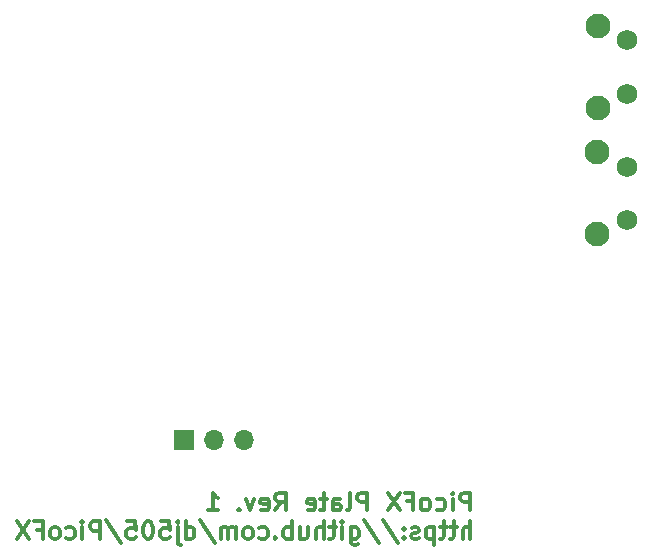
<source format=gbs>
%TF.GenerationSoftware,KiCad,Pcbnew,(6.0.8)*%
%TF.CreationDate,2022-10-27T15:28:19-06:00*%
%TF.ProjectId,plate,706c6174-652e-46b6-9963-61645f706362,rev?*%
%TF.SameCoordinates,Original*%
%TF.FileFunction,Soldermask,Bot*%
%TF.FilePolarity,Negative*%
%FSLAX46Y46*%
G04 Gerber Fmt 4.6, Leading zero omitted, Abs format (unit mm)*
G04 Created by KiCad (PCBNEW (6.0.8)) date 2022-10-27 15:28:19*
%MOMM*%
%LPD*%
G01*
G04 APERTURE LIST*
%ADD10C,0.300000*%
%ADD11R,1.700000X1.700000*%
%ADD12O,1.700000X1.700000*%
%ADD13C,2.100000*%
%ADD14C,1.750000*%
G04 APERTURE END LIST*
D10*
X202901857Y-130535071D02*
X202901857Y-129035071D01*
X202330428Y-129035071D01*
X202187571Y-129106500D01*
X202116142Y-129177928D01*
X202044714Y-129320785D01*
X202044714Y-129535071D01*
X202116142Y-129677928D01*
X202187571Y-129749357D01*
X202330428Y-129820785D01*
X202901857Y-129820785D01*
X201401857Y-130535071D02*
X201401857Y-129535071D01*
X201401857Y-129035071D02*
X201473285Y-129106500D01*
X201401857Y-129177928D01*
X201330428Y-129106500D01*
X201401857Y-129035071D01*
X201401857Y-129177928D01*
X200044714Y-130463642D02*
X200187571Y-130535071D01*
X200473285Y-130535071D01*
X200616142Y-130463642D01*
X200687571Y-130392214D01*
X200759000Y-130249357D01*
X200759000Y-129820785D01*
X200687571Y-129677928D01*
X200616142Y-129606500D01*
X200473285Y-129535071D01*
X200187571Y-129535071D01*
X200044714Y-129606500D01*
X199187571Y-130535071D02*
X199330428Y-130463642D01*
X199401857Y-130392214D01*
X199473285Y-130249357D01*
X199473285Y-129820785D01*
X199401857Y-129677928D01*
X199330428Y-129606500D01*
X199187571Y-129535071D01*
X198973285Y-129535071D01*
X198830428Y-129606500D01*
X198759000Y-129677928D01*
X198687571Y-129820785D01*
X198687571Y-130249357D01*
X198759000Y-130392214D01*
X198830428Y-130463642D01*
X198973285Y-130535071D01*
X199187571Y-130535071D01*
X197544714Y-129749357D02*
X198044714Y-129749357D01*
X198044714Y-130535071D02*
X198044714Y-129035071D01*
X197330428Y-129035071D01*
X196901857Y-129035071D02*
X195901857Y-130535071D01*
X195901857Y-129035071D02*
X196901857Y-130535071D01*
X194187571Y-130535071D02*
X194187571Y-129035071D01*
X193616142Y-129035071D01*
X193473285Y-129106500D01*
X193401857Y-129177928D01*
X193330428Y-129320785D01*
X193330428Y-129535071D01*
X193401857Y-129677928D01*
X193473285Y-129749357D01*
X193616142Y-129820785D01*
X194187571Y-129820785D01*
X192473285Y-130535071D02*
X192616142Y-130463642D01*
X192687571Y-130320785D01*
X192687571Y-129035071D01*
X191259000Y-130535071D02*
X191259000Y-129749357D01*
X191330428Y-129606500D01*
X191473285Y-129535071D01*
X191759000Y-129535071D01*
X191901857Y-129606500D01*
X191259000Y-130463642D02*
X191401857Y-130535071D01*
X191759000Y-130535071D01*
X191901857Y-130463642D01*
X191973285Y-130320785D01*
X191973285Y-130177928D01*
X191901857Y-130035071D01*
X191759000Y-129963642D01*
X191401857Y-129963642D01*
X191259000Y-129892214D01*
X190759000Y-129535071D02*
X190187571Y-129535071D01*
X190544714Y-129035071D02*
X190544714Y-130320785D01*
X190473285Y-130463642D01*
X190330428Y-130535071D01*
X190187571Y-130535071D01*
X189116142Y-130463642D02*
X189259000Y-130535071D01*
X189544714Y-130535071D01*
X189687571Y-130463642D01*
X189759000Y-130320785D01*
X189759000Y-129749357D01*
X189687571Y-129606500D01*
X189544714Y-129535071D01*
X189259000Y-129535071D01*
X189116142Y-129606500D01*
X189044714Y-129749357D01*
X189044714Y-129892214D01*
X189759000Y-130035071D01*
X186401857Y-130535071D02*
X186901857Y-129820785D01*
X187259000Y-130535071D02*
X187259000Y-129035071D01*
X186687571Y-129035071D01*
X186544714Y-129106500D01*
X186473285Y-129177928D01*
X186401857Y-129320785D01*
X186401857Y-129535071D01*
X186473285Y-129677928D01*
X186544714Y-129749357D01*
X186687571Y-129820785D01*
X187259000Y-129820785D01*
X185187571Y-130463642D02*
X185330428Y-130535071D01*
X185616142Y-130535071D01*
X185759000Y-130463642D01*
X185830428Y-130320785D01*
X185830428Y-129749357D01*
X185759000Y-129606500D01*
X185616142Y-129535071D01*
X185330428Y-129535071D01*
X185187571Y-129606500D01*
X185116142Y-129749357D01*
X185116142Y-129892214D01*
X185830428Y-130035071D01*
X184616142Y-129535071D02*
X184259000Y-130535071D01*
X183901857Y-129535071D01*
X183330428Y-130392214D02*
X183259000Y-130463642D01*
X183330428Y-130535071D01*
X183401857Y-130463642D01*
X183330428Y-130392214D01*
X183330428Y-130535071D01*
X180687571Y-130535071D02*
X181544714Y-130535071D01*
X181116142Y-130535071D02*
X181116142Y-129035071D01*
X181259000Y-129249357D01*
X181401857Y-129392214D01*
X181544714Y-129463642D01*
X202901857Y-132950071D02*
X202901857Y-131450071D01*
X202259000Y-132950071D02*
X202259000Y-132164357D01*
X202330428Y-132021500D01*
X202473285Y-131950071D01*
X202687571Y-131950071D01*
X202830428Y-132021500D01*
X202901857Y-132092928D01*
X201759000Y-131950071D02*
X201187571Y-131950071D01*
X201544714Y-131450071D02*
X201544714Y-132735785D01*
X201473285Y-132878642D01*
X201330428Y-132950071D01*
X201187571Y-132950071D01*
X200901857Y-131950071D02*
X200330428Y-131950071D01*
X200687571Y-131450071D02*
X200687571Y-132735785D01*
X200616142Y-132878642D01*
X200473285Y-132950071D01*
X200330428Y-132950071D01*
X199830428Y-131950071D02*
X199830428Y-133450071D01*
X199830428Y-132021500D02*
X199687571Y-131950071D01*
X199401857Y-131950071D01*
X199259000Y-132021500D01*
X199187571Y-132092928D01*
X199116142Y-132235785D01*
X199116142Y-132664357D01*
X199187571Y-132807214D01*
X199259000Y-132878642D01*
X199401857Y-132950071D01*
X199687571Y-132950071D01*
X199830428Y-132878642D01*
X198544714Y-132878642D02*
X198401857Y-132950071D01*
X198116142Y-132950071D01*
X197973285Y-132878642D01*
X197901857Y-132735785D01*
X197901857Y-132664357D01*
X197973285Y-132521500D01*
X198116142Y-132450071D01*
X198330428Y-132450071D01*
X198473285Y-132378642D01*
X198544714Y-132235785D01*
X198544714Y-132164357D01*
X198473285Y-132021500D01*
X198330428Y-131950071D01*
X198116142Y-131950071D01*
X197973285Y-132021500D01*
X197259000Y-132807214D02*
X197187571Y-132878642D01*
X197259000Y-132950071D01*
X197330428Y-132878642D01*
X197259000Y-132807214D01*
X197259000Y-132950071D01*
X197259000Y-132021500D02*
X197187571Y-132092928D01*
X197259000Y-132164357D01*
X197330428Y-132092928D01*
X197259000Y-132021500D01*
X197259000Y-132164357D01*
X195473285Y-131378642D02*
X196759000Y-133307214D01*
X193901857Y-131378642D02*
X195187571Y-133307214D01*
X192759000Y-131950071D02*
X192759000Y-133164357D01*
X192830428Y-133307214D01*
X192901857Y-133378642D01*
X193044714Y-133450071D01*
X193259000Y-133450071D01*
X193401857Y-133378642D01*
X192759000Y-132878642D02*
X192901857Y-132950071D01*
X193187571Y-132950071D01*
X193330428Y-132878642D01*
X193401857Y-132807214D01*
X193473285Y-132664357D01*
X193473285Y-132235785D01*
X193401857Y-132092928D01*
X193330428Y-132021500D01*
X193187571Y-131950071D01*
X192901857Y-131950071D01*
X192759000Y-132021500D01*
X192044714Y-132950071D02*
X192044714Y-131950071D01*
X192044714Y-131450071D02*
X192116142Y-131521500D01*
X192044714Y-131592928D01*
X191973285Y-131521500D01*
X192044714Y-131450071D01*
X192044714Y-131592928D01*
X191544714Y-131950071D02*
X190973285Y-131950071D01*
X191330428Y-131450071D02*
X191330428Y-132735785D01*
X191259000Y-132878642D01*
X191116142Y-132950071D01*
X190973285Y-132950071D01*
X190473285Y-132950071D02*
X190473285Y-131450071D01*
X189830428Y-132950071D02*
X189830428Y-132164357D01*
X189901857Y-132021500D01*
X190044714Y-131950071D01*
X190259000Y-131950071D01*
X190401857Y-132021500D01*
X190473285Y-132092928D01*
X188473285Y-131950071D02*
X188473285Y-132950071D01*
X189116142Y-131950071D02*
X189116142Y-132735785D01*
X189044714Y-132878642D01*
X188901857Y-132950071D01*
X188687571Y-132950071D01*
X188544714Y-132878642D01*
X188473285Y-132807214D01*
X187759000Y-132950071D02*
X187759000Y-131450071D01*
X187759000Y-132021500D02*
X187616142Y-131950071D01*
X187330428Y-131950071D01*
X187187571Y-132021500D01*
X187116142Y-132092928D01*
X187044714Y-132235785D01*
X187044714Y-132664357D01*
X187116142Y-132807214D01*
X187187571Y-132878642D01*
X187330428Y-132950071D01*
X187616142Y-132950071D01*
X187759000Y-132878642D01*
X186401857Y-132807214D02*
X186330428Y-132878642D01*
X186401857Y-132950071D01*
X186473285Y-132878642D01*
X186401857Y-132807214D01*
X186401857Y-132950071D01*
X185044714Y-132878642D02*
X185187571Y-132950071D01*
X185473285Y-132950071D01*
X185616142Y-132878642D01*
X185687571Y-132807214D01*
X185759000Y-132664357D01*
X185759000Y-132235785D01*
X185687571Y-132092928D01*
X185616142Y-132021500D01*
X185473285Y-131950071D01*
X185187571Y-131950071D01*
X185044714Y-132021500D01*
X184187571Y-132950071D02*
X184330428Y-132878642D01*
X184401857Y-132807214D01*
X184473285Y-132664357D01*
X184473285Y-132235785D01*
X184401857Y-132092928D01*
X184330428Y-132021500D01*
X184187571Y-131950071D01*
X183973285Y-131950071D01*
X183830428Y-132021500D01*
X183759000Y-132092928D01*
X183687571Y-132235785D01*
X183687571Y-132664357D01*
X183759000Y-132807214D01*
X183830428Y-132878642D01*
X183973285Y-132950071D01*
X184187571Y-132950071D01*
X183044714Y-132950071D02*
X183044714Y-131950071D01*
X183044714Y-132092928D02*
X182973285Y-132021500D01*
X182830428Y-131950071D01*
X182616142Y-131950071D01*
X182473285Y-132021500D01*
X182401857Y-132164357D01*
X182401857Y-132950071D01*
X182401857Y-132164357D02*
X182330428Y-132021500D01*
X182187571Y-131950071D01*
X181973285Y-131950071D01*
X181830428Y-132021500D01*
X181759000Y-132164357D01*
X181759000Y-132950071D01*
X179973285Y-131378642D02*
X181259000Y-133307214D01*
X178830428Y-132950071D02*
X178830428Y-131450071D01*
X178830428Y-132878642D02*
X178973285Y-132950071D01*
X179259000Y-132950071D01*
X179401857Y-132878642D01*
X179473285Y-132807214D01*
X179544714Y-132664357D01*
X179544714Y-132235785D01*
X179473285Y-132092928D01*
X179401857Y-132021500D01*
X179259000Y-131950071D01*
X178973285Y-131950071D01*
X178830428Y-132021500D01*
X178116142Y-131950071D02*
X178116142Y-133235785D01*
X178187571Y-133378642D01*
X178330428Y-133450071D01*
X178401857Y-133450071D01*
X178116142Y-131450071D02*
X178187571Y-131521500D01*
X178116142Y-131592928D01*
X178044714Y-131521500D01*
X178116142Y-131450071D01*
X178116142Y-131592928D01*
X176687571Y-131450071D02*
X177401857Y-131450071D01*
X177473285Y-132164357D01*
X177401857Y-132092928D01*
X177259000Y-132021500D01*
X176901857Y-132021500D01*
X176759000Y-132092928D01*
X176687571Y-132164357D01*
X176616142Y-132307214D01*
X176616142Y-132664357D01*
X176687571Y-132807214D01*
X176759000Y-132878642D01*
X176901857Y-132950071D01*
X177259000Y-132950071D01*
X177401857Y-132878642D01*
X177473285Y-132807214D01*
X175687571Y-131450071D02*
X175544714Y-131450071D01*
X175401857Y-131521500D01*
X175330428Y-131592928D01*
X175259000Y-131735785D01*
X175187571Y-132021500D01*
X175187571Y-132378642D01*
X175259000Y-132664357D01*
X175330428Y-132807214D01*
X175401857Y-132878642D01*
X175544714Y-132950071D01*
X175687571Y-132950071D01*
X175830428Y-132878642D01*
X175901857Y-132807214D01*
X175973285Y-132664357D01*
X176044714Y-132378642D01*
X176044714Y-132021500D01*
X175973285Y-131735785D01*
X175901857Y-131592928D01*
X175830428Y-131521500D01*
X175687571Y-131450071D01*
X173830428Y-131450071D02*
X174544714Y-131450071D01*
X174616142Y-132164357D01*
X174544714Y-132092928D01*
X174401857Y-132021500D01*
X174044714Y-132021500D01*
X173901857Y-132092928D01*
X173830428Y-132164357D01*
X173759000Y-132307214D01*
X173759000Y-132664357D01*
X173830428Y-132807214D01*
X173901857Y-132878642D01*
X174044714Y-132950071D01*
X174401857Y-132950071D01*
X174544714Y-132878642D01*
X174616142Y-132807214D01*
X172044714Y-131378642D02*
X173330428Y-133307214D01*
X171544714Y-132950071D02*
X171544714Y-131450071D01*
X170973285Y-131450071D01*
X170830428Y-131521500D01*
X170759000Y-131592928D01*
X170687571Y-131735785D01*
X170687571Y-131950071D01*
X170759000Y-132092928D01*
X170830428Y-132164357D01*
X170973285Y-132235785D01*
X171544714Y-132235785D01*
X170044714Y-132950071D02*
X170044714Y-131950071D01*
X170044714Y-131450071D02*
X170116142Y-131521500D01*
X170044714Y-131592928D01*
X169973285Y-131521500D01*
X170044714Y-131450071D01*
X170044714Y-131592928D01*
X168687571Y-132878642D02*
X168830428Y-132950071D01*
X169116142Y-132950071D01*
X169259000Y-132878642D01*
X169330428Y-132807214D01*
X169401857Y-132664357D01*
X169401857Y-132235785D01*
X169330428Y-132092928D01*
X169259000Y-132021500D01*
X169116142Y-131950071D01*
X168830428Y-131950071D01*
X168687571Y-132021500D01*
X167830428Y-132950071D02*
X167973285Y-132878642D01*
X168044714Y-132807214D01*
X168116142Y-132664357D01*
X168116142Y-132235785D01*
X168044714Y-132092928D01*
X167973285Y-132021500D01*
X167830428Y-131950071D01*
X167616142Y-131950071D01*
X167473285Y-132021500D01*
X167401857Y-132092928D01*
X167330428Y-132235785D01*
X167330428Y-132664357D01*
X167401857Y-132807214D01*
X167473285Y-132878642D01*
X167616142Y-132950071D01*
X167830428Y-132950071D01*
X166187571Y-132164357D02*
X166687571Y-132164357D01*
X166687571Y-132950071D02*
X166687571Y-131450071D01*
X165973285Y-131450071D01*
X165544714Y-131450071D02*
X164544714Y-132950071D01*
X164544714Y-131450071D02*
X165544714Y-132950071D01*
D11*
%TO.C,REF\u002A\u002A*%
X178650000Y-124610000D03*
D12*
X181190000Y-124610000D03*
X183730000Y-124610000D03*
%TD*%
D13*
%TO.C,REF\u002A\u002A*%
X213697500Y-89479000D03*
X213697500Y-96489000D03*
D14*
X216187500Y-95239000D03*
X216187500Y-90739000D03*
%TD*%
D13*
%TO.C,REF\u002A\u002A*%
X213664000Y-100158000D03*
X213664000Y-107168000D03*
D14*
X216154000Y-105918000D03*
X216154000Y-101418000D03*
%TD*%
M02*

</source>
